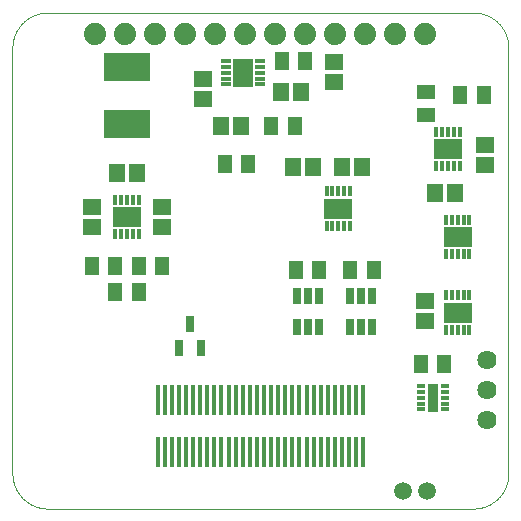
<source format=gts>
G75*
%MOIN*%
%OFA0B0*%
%FSLAX25Y25*%
%IPPOS*%
%LPD*%
%AMOC8*
5,1,8,0,0,1.08239X$1,22.5*
%
%ADD10C,0.00000*%
%ADD11C,0.06400*%
%ADD12R,0.05518X0.06306*%
%ADD13R,0.06306X0.05518*%
%ADD14R,0.15400X0.09700*%
%ADD15R,0.04731X0.05912*%
%ADD16R,0.05912X0.04731*%
%ADD17C,0.07400*%
%ADD18C,0.05943*%
%ADD19R,0.02600X0.05400*%
%ADD20R,0.01778X0.10046*%
%ADD21R,0.01600X0.03600*%
%ADD22R,0.09800X0.06900*%
%ADD23R,0.03600X0.01600*%
%ADD24R,0.06900X0.09800*%
%ADD25R,0.03000X0.01600*%
%ADD26R,0.03700X0.09800*%
D10*
X0013311Y0001894D02*
X0155043Y0001894D01*
X0155328Y0001897D01*
X0155614Y0001908D01*
X0155899Y0001925D01*
X0156183Y0001949D01*
X0156467Y0001980D01*
X0156750Y0002018D01*
X0157031Y0002063D01*
X0157312Y0002114D01*
X0157592Y0002172D01*
X0157870Y0002237D01*
X0158146Y0002309D01*
X0158420Y0002387D01*
X0158693Y0002472D01*
X0158963Y0002564D01*
X0159231Y0002662D01*
X0159497Y0002766D01*
X0159760Y0002877D01*
X0160020Y0002994D01*
X0160278Y0003117D01*
X0160532Y0003247D01*
X0160783Y0003383D01*
X0161031Y0003524D01*
X0161275Y0003672D01*
X0161516Y0003825D01*
X0161752Y0003985D01*
X0161985Y0004150D01*
X0162214Y0004320D01*
X0162439Y0004496D01*
X0162659Y0004678D01*
X0162875Y0004864D01*
X0163086Y0005056D01*
X0163293Y0005253D01*
X0163495Y0005455D01*
X0163692Y0005662D01*
X0163884Y0005873D01*
X0164070Y0006089D01*
X0164252Y0006309D01*
X0164428Y0006534D01*
X0164598Y0006763D01*
X0164763Y0006996D01*
X0164923Y0007232D01*
X0165076Y0007473D01*
X0165224Y0007717D01*
X0165365Y0007965D01*
X0165501Y0008216D01*
X0165631Y0008470D01*
X0165754Y0008728D01*
X0165871Y0008988D01*
X0165982Y0009251D01*
X0166086Y0009517D01*
X0166184Y0009785D01*
X0166276Y0010055D01*
X0166361Y0010328D01*
X0166439Y0010602D01*
X0166511Y0010878D01*
X0166576Y0011156D01*
X0166634Y0011436D01*
X0166685Y0011717D01*
X0166730Y0011998D01*
X0166768Y0012281D01*
X0166799Y0012565D01*
X0166823Y0012849D01*
X0166840Y0013134D01*
X0166851Y0013420D01*
X0166854Y0013705D01*
X0166854Y0155437D01*
X0166851Y0155722D01*
X0166840Y0156008D01*
X0166823Y0156293D01*
X0166799Y0156577D01*
X0166768Y0156861D01*
X0166730Y0157144D01*
X0166685Y0157425D01*
X0166634Y0157706D01*
X0166576Y0157986D01*
X0166511Y0158264D01*
X0166439Y0158540D01*
X0166361Y0158814D01*
X0166276Y0159087D01*
X0166184Y0159357D01*
X0166086Y0159625D01*
X0165982Y0159891D01*
X0165871Y0160154D01*
X0165754Y0160414D01*
X0165631Y0160672D01*
X0165501Y0160926D01*
X0165365Y0161177D01*
X0165224Y0161425D01*
X0165076Y0161669D01*
X0164923Y0161910D01*
X0164763Y0162146D01*
X0164598Y0162379D01*
X0164428Y0162608D01*
X0164252Y0162833D01*
X0164070Y0163053D01*
X0163884Y0163269D01*
X0163692Y0163480D01*
X0163495Y0163687D01*
X0163293Y0163889D01*
X0163086Y0164086D01*
X0162875Y0164278D01*
X0162659Y0164464D01*
X0162439Y0164646D01*
X0162214Y0164822D01*
X0161985Y0164992D01*
X0161752Y0165157D01*
X0161516Y0165317D01*
X0161275Y0165470D01*
X0161031Y0165618D01*
X0160783Y0165759D01*
X0160532Y0165895D01*
X0160278Y0166025D01*
X0160020Y0166148D01*
X0159760Y0166265D01*
X0159497Y0166376D01*
X0159231Y0166480D01*
X0158963Y0166578D01*
X0158693Y0166670D01*
X0158420Y0166755D01*
X0158146Y0166833D01*
X0157870Y0166905D01*
X0157592Y0166970D01*
X0157312Y0167028D01*
X0157031Y0167079D01*
X0156750Y0167124D01*
X0156467Y0167162D01*
X0156183Y0167193D01*
X0155899Y0167217D01*
X0155614Y0167234D01*
X0155328Y0167245D01*
X0155043Y0167248D01*
X0013311Y0167248D01*
X0013026Y0167245D01*
X0012740Y0167234D01*
X0012455Y0167217D01*
X0012171Y0167193D01*
X0011887Y0167162D01*
X0011604Y0167124D01*
X0011323Y0167079D01*
X0011042Y0167028D01*
X0010762Y0166970D01*
X0010484Y0166905D01*
X0010208Y0166833D01*
X0009934Y0166755D01*
X0009661Y0166670D01*
X0009391Y0166578D01*
X0009123Y0166480D01*
X0008857Y0166376D01*
X0008594Y0166265D01*
X0008334Y0166148D01*
X0008076Y0166025D01*
X0007822Y0165895D01*
X0007571Y0165759D01*
X0007323Y0165618D01*
X0007079Y0165470D01*
X0006838Y0165317D01*
X0006602Y0165157D01*
X0006369Y0164992D01*
X0006140Y0164822D01*
X0005915Y0164646D01*
X0005695Y0164464D01*
X0005479Y0164278D01*
X0005268Y0164086D01*
X0005061Y0163889D01*
X0004859Y0163687D01*
X0004662Y0163480D01*
X0004470Y0163269D01*
X0004284Y0163053D01*
X0004102Y0162833D01*
X0003926Y0162608D01*
X0003756Y0162379D01*
X0003591Y0162146D01*
X0003431Y0161910D01*
X0003278Y0161669D01*
X0003130Y0161425D01*
X0002989Y0161177D01*
X0002853Y0160926D01*
X0002723Y0160672D01*
X0002600Y0160414D01*
X0002483Y0160154D01*
X0002372Y0159891D01*
X0002268Y0159625D01*
X0002170Y0159357D01*
X0002078Y0159087D01*
X0001993Y0158814D01*
X0001915Y0158540D01*
X0001843Y0158264D01*
X0001778Y0157986D01*
X0001720Y0157706D01*
X0001669Y0157425D01*
X0001624Y0157144D01*
X0001586Y0156861D01*
X0001555Y0156577D01*
X0001531Y0156293D01*
X0001514Y0156008D01*
X0001503Y0155722D01*
X0001500Y0155437D01*
X0001500Y0013705D01*
X0001503Y0013420D01*
X0001514Y0013134D01*
X0001531Y0012849D01*
X0001555Y0012565D01*
X0001586Y0012281D01*
X0001624Y0011998D01*
X0001669Y0011717D01*
X0001720Y0011436D01*
X0001778Y0011156D01*
X0001843Y0010878D01*
X0001915Y0010602D01*
X0001993Y0010328D01*
X0002078Y0010055D01*
X0002170Y0009785D01*
X0002268Y0009517D01*
X0002372Y0009251D01*
X0002483Y0008988D01*
X0002600Y0008728D01*
X0002723Y0008470D01*
X0002853Y0008216D01*
X0002989Y0007965D01*
X0003130Y0007717D01*
X0003278Y0007473D01*
X0003431Y0007232D01*
X0003591Y0006996D01*
X0003756Y0006763D01*
X0003926Y0006534D01*
X0004102Y0006309D01*
X0004284Y0006089D01*
X0004470Y0005873D01*
X0004662Y0005662D01*
X0004859Y0005455D01*
X0005061Y0005253D01*
X0005268Y0005056D01*
X0005479Y0004864D01*
X0005695Y0004678D01*
X0005915Y0004496D01*
X0006140Y0004320D01*
X0006369Y0004150D01*
X0006602Y0003985D01*
X0006838Y0003825D01*
X0007079Y0003672D01*
X0007323Y0003524D01*
X0007571Y0003383D01*
X0007822Y0003247D01*
X0008076Y0003117D01*
X0008334Y0002994D01*
X0008594Y0002877D01*
X0008857Y0002766D01*
X0009123Y0002662D01*
X0009391Y0002564D01*
X0009661Y0002472D01*
X0009934Y0002387D01*
X0010208Y0002309D01*
X0010484Y0002237D01*
X0010762Y0002172D01*
X0011042Y0002114D01*
X0011323Y0002063D01*
X0011604Y0002018D01*
X0011887Y0001980D01*
X0012171Y0001949D01*
X0012455Y0001925D01*
X0012740Y0001908D01*
X0013026Y0001897D01*
X0013311Y0001894D01*
D11*
X0159768Y0031264D03*
X0159768Y0041264D03*
X0159768Y0051264D03*
D12*
X0148941Y0107012D03*
X0142248Y0107012D03*
X0118193Y0115673D03*
X0111500Y0115673D03*
X0101736Y0115713D03*
X0095043Y0115713D03*
X0077681Y0129453D03*
X0070988Y0129453D03*
X0091067Y0140870D03*
X0097760Y0140870D03*
X0043035Y0113705D03*
X0036343Y0113705D03*
D13*
X0027878Y0102484D03*
X0027878Y0095791D03*
X0051500Y0095791D03*
X0051500Y0102484D03*
X0064886Y0138311D03*
X0064886Y0145004D03*
X0108587Y0144217D03*
X0108587Y0150909D03*
X0159177Y0122957D03*
X0159177Y0116264D03*
X0138902Y0070988D03*
X0138902Y0064295D03*
D14*
X0039689Y0130189D03*
X0039689Y0149189D03*
D15*
X0072248Y0116894D03*
X0080122Y0116894D03*
X0087720Y0129453D03*
X0095594Y0129453D03*
X0099138Y0151106D03*
X0091264Y0151106D03*
X0150713Y0139689D03*
X0158587Y0139689D03*
X0121972Y0081421D03*
X0114098Y0081421D03*
X0103862Y0081421D03*
X0095988Y0081421D03*
X0137642Y0049965D03*
X0145516Y0049965D03*
X0051500Y0082602D03*
X0043626Y0082602D03*
X0035752Y0082602D03*
X0027878Y0082602D03*
X0035752Y0073941D03*
X0043626Y0073941D03*
D16*
X0139295Y0132996D03*
X0139295Y0140870D03*
D17*
X0139177Y0160161D03*
X0129177Y0160161D03*
X0119177Y0160161D03*
X0109177Y0160161D03*
X0099177Y0160161D03*
X0089177Y0160161D03*
X0079177Y0160161D03*
X0069177Y0160161D03*
X0059177Y0160161D03*
X0049177Y0160161D03*
X0039177Y0160161D03*
X0029177Y0160161D03*
D18*
X0131815Y0007799D03*
X0139689Y0007799D03*
D19*
X0121342Y0062542D03*
X0117642Y0062542D03*
X0113942Y0062542D03*
X0113942Y0072742D03*
X0117642Y0072742D03*
X0121342Y0072742D03*
X0103625Y0072742D03*
X0099925Y0072742D03*
X0096225Y0072742D03*
X0096225Y0062542D03*
X0099925Y0062542D03*
X0103625Y0062542D03*
X0064491Y0055274D03*
X0057091Y0055274D03*
X0060791Y0063474D03*
D20*
X0061736Y0038213D03*
X0059374Y0038213D03*
X0057012Y0038213D03*
X0054650Y0038213D03*
X0052287Y0038213D03*
X0049925Y0038213D03*
X0064098Y0038213D03*
X0066461Y0038213D03*
X0068823Y0038213D03*
X0071185Y0038213D03*
X0073547Y0038213D03*
X0075909Y0038213D03*
X0078272Y0038213D03*
X0080634Y0038213D03*
X0082996Y0038213D03*
X0085358Y0038213D03*
X0087720Y0038213D03*
X0090083Y0038213D03*
X0092445Y0038213D03*
X0094807Y0038213D03*
X0097169Y0038213D03*
X0099531Y0038213D03*
X0101894Y0038213D03*
X0104256Y0038213D03*
X0106618Y0038213D03*
X0108980Y0038213D03*
X0111343Y0038213D03*
X0113705Y0038213D03*
X0116067Y0038213D03*
X0118429Y0038213D03*
X0118429Y0020693D03*
X0116067Y0020693D03*
X0113705Y0020693D03*
X0111343Y0020693D03*
X0108980Y0020693D03*
X0106618Y0020693D03*
X0104256Y0020693D03*
X0101894Y0020693D03*
X0099531Y0020693D03*
X0097169Y0020693D03*
X0094807Y0020693D03*
X0092445Y0020693D03*
X0090083Y0020693D03*
X0087720Y0020693D03*
X0085358Y0020693D03*
X0082996Y0020693D03*
X0080634Y0020693D03*
X0078272Y0020693D03*
X0075909Y0020693D03*
X0073547Y0020693D03*
X0071185Y0020693D03*
X0068823Y0020693D03*
X0066461Y0020693D03*
X0064098Y0020693D03*
X0061736Y0020693D03*
X0059374Y0020693D03*
X0057012Y0020693D03*
X0054650Y0020693D03*
X0052287Y0020693D03*
X0049925Y0020693D03*
D21*
X0043589Y0093438D03*
X0041689Y0093438D03*
X0039689Y0093438D03*
X0037689Y0093438D03*
X0035789Y0093438D03*
X0035789Y0104838D03*
X0037689Y0104838D03*
X0039689Y0104838D03*
X0041689Y0104838D03*
X0043589Y0104838D03*
X0106261Y0107694D03*
X0108161Y0107694D03*
X0110161Y0107694D03*
X0112161Y0107694D03*
X0114061Y0107694D03*
X0114061Y0096094D03*
X0112161Y0096094D03*
X0110161Y0096094D03*
X0108161Y0096094D03*
X0106261Y0096094D03*
X0142836Y0115957D03*
X0144736Y0115957D03*
X0146736Y0115957D03*
X0148736Y0115957D03*
X0150636Y0115957D03*
X0150636Y0127357D03*
X0148736Y0127357D03*
X0146736Y0127357D03*
X0144736Y0127357D03*
X0142836Y0127357D03*
X0146025Y0098145D03*
X0147925Y0098145D03*
X0149925Y0098145D03*
X0151925Y0098145D03*
X0153825Y0098145D03*
X0153825Y0086745D03*
X0151925Y0086745D03*
X0149925Y0086745D03*
X0147925Y0086745D03*
X0146025Y0086745D03*
X0146025Y0072948D03*
X0147925Y0072948D03*
X0149925Y0072948D03*
X0151925Y0072948D03*
X0153825Y0072948D03*
X0153825Y0061548D03*
X0151925Y0061548D03*
X0149925Y0061548D03*
X0147925Y0061548D03*
X0146025Y0061548D03*
D22*
X0149925Y0067248D03*
X0149925Y0092445D03*
X0146736Y0121657D03*
X0110161Y0101894D03*
X0039689Y0099138D03*
D23*
X0072572Y0143269D03*
X0072572Y0145169D03*
X0072572Y0147169D03*
X0072572Y0149169D03*
X0072572Y0151069D03*
X0083972Y0151069D03*
X0083972Y0149169D03*
X0083972Y0147169D03*
X0083972Y0145169D03*
X0083972Y0143269D03*
D24*
X0078272Y0147169D03*
D25*
X0137657Y0042802D03*
X0137657Y0040902D03*
X0137657Y0038902D03*
X0137657Y0036902D03*
X0137657Y0035002D03*
X0145657Y0035002D03*
X0145657Y0036902D03*
X0145657Y0038902D03*
X0145657Y0040902D03*
X0145657Y0042802D03*
D26*
X0141657Y0038902D03*
M02*

</source>
